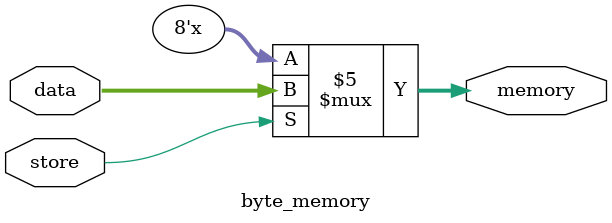
<source format=v>
module byte_memory(
    input [7:0] data,
    input store,
    output reg [7:0] memory
);

    // Herein, implement D-Latch style memory
    // that stores the input data into memory
    // when store is high
  always @(store) begin
    if(store)
      memory <= data;
    else if(~store)
      memory <= memory;
  end

    // Memory should always output the value
    // stored, and it should only change
    // when store is high

endmodule

</source>
